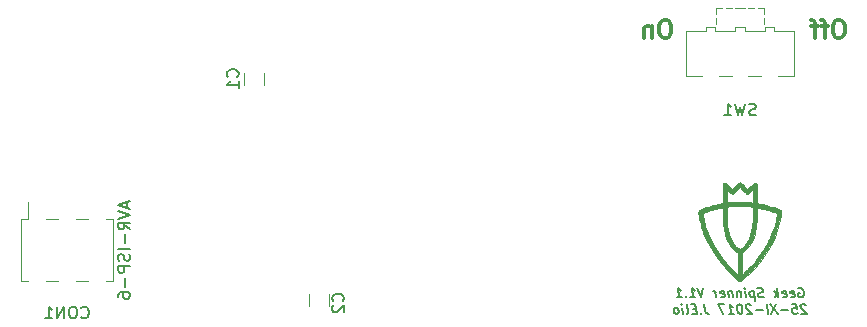
<source format=gbr>
G04 #@! TF.FileFunction,Legend,Bot*
%FSLAX46Y46*%
G04 Gerber Fmt 4.6, Leading zero omitted, Abs format (unit mm)*
G04 Created by KiCad (PCBNEW 4.0.7-e2-6376~58~ubuntu16.04.1) date Tue Dec 26 20:47:44 2017*
%MOMM*%
%LPD*%
G01*
G04 APERTURE LIST*
%ADD10C,0.100000*%
%ADD11C,0.300000*%
%ADD12C,0.200000*%
%ADD13C,0.120000*%
%ADD14C,0.010000*%
%ADD15C,0.150000*%
G04 APERTURE END LIST*
D10*
D11*
X163821429Y-101178571D02*
X163535715Y-101178571D01*
X163392857Y-101250000D01*
X163250000Y-101392857D01*
X163178572Y-101678571D01*
X163178572Y-102178571D01*
X163250000Y-102464286D01*
X163392857Y-102607143D01*
X163535715Y-102678571D01*
X163821429Y-102678571D01*
X163964286Y-102607143D01*
X164107143Y-102464286D01*
X164178572Y-102178571D01*
X164178572Y-101678571D01*
X164107143Y-101392857D01*
X163964286Y-101250000D01*
X163821429Y-101178571D01*
X162535714Y-101678571D02*
X162535714Y-102678571D01*
X162535714Y-101821429D02*
X162464286Y-101750000D01*
X162321428Y-101678571D01*
X162107143Y-101678571D01*
X161964286Y-101750000D01*
X161892857Y-101892857D01*
X161892857Y-102678571D01*
X178500000Y-101178571D02*
X178214286Y-101178571D01*
X178071428Y-101250000D01*
X177928571Y-101392857D01*
X177857143Y-101678571D01*
X177857143Y-102178571D01*
X177928571Y-102464286D01*
X178071428Y-102607143D01*
X178214286Y-102678571D01*
X178500000Y-102678571D01*
X178642857Y-102607143D01*
X178785714Y-102464286D01*
X178857143Y-102178571D01*
X178857143Y-101678571D01*
X178785714Y-101392857D01*
X178642857Y-101250000D01*
X178500000Y-101178571D01*
X177428571Y-101678571D02*
X176857142Y-101678571D01*
X177214285Y-102678571D02*
X177214285Y-101392857D01*
X177142857Y-101250000D01*
X176999999Y-101178571D01*
X176857142Y-101178571D01*
X176571428Y-101678571D02*
X175999999Y-101678571D01*
X176357142Y-102678571D02*
X176357142Y-101392857D01*
X176285714Y-101250000D01*
X176142856Y-101178571D01*
X175999999Y-101178571D01*
D12*
X174902381Y-123900000D02*
X174973810Y-123861905D01*
X175088095Y-123861905D01*
X175207143Y-123900000D01*
X175292858Y-123976190D01*
X175340477Y-124052381D01*
X175397619Y-124204762D01*
X175411905Y-124319048D01*
X175392858Y-124471429D01*
X175364286Y-124547619D01*
X175297619Y-124623810D01*
X175188095Y-124661905D01*
X175111905Y-124661905D01*
X174992857Y-124623810D01*
X174950000Y-124585714D01*
X174916667Y-124319048D01*
X175069048Y-124319048D01*
X174307143Y-124623810D02*
X174388095Y-124661905D01*
X174540476Y-124661905D01*
X174611905Y-124623810D01*
X174640476Y-124547619D01*
X174602381Y-124242857D01*
X174554762Y-124166667D01*
X174473809Y-124128571D01*
X174321428Y-124128571D01*
X174250000Y-124166667D01*
X174221429Y-124242857D01*
X174230953Y-124319048D01*
X174621429Y-124395238D01*
X173621429Y-124623810D02*
X173702381Y-124661905D01*
X173854762Y-124661905D01*
X173926191Y-124623810D01*
X173954762Y-124547619D01*
X173916667Y-124242857D01*
X173869048Y-124166667D01*
X173788095Y-124128571D01*
X173635714Y-124128571D01*
X173564286Y-124166667D01*
X173535715Y-124242857D01*
X173545239Y-124319048D01*
X173935715Y-124395238D01*
X173245239Y-124661905D02*
X173145239Y-123861905D01*
X173130953Y-124357143D02*
X172940477Y-124661905D01*
X172873810Y-124128571D02*
X173216668Y-124433333D01*
X172021429Y-124623810D02*
X171911905Y-124661905D01*
X171721429Y-124661905D01*
X171640477Y-124623810D01*
X171597619Y-124585714D01*
X171550000Y-124509524D01*
X171540477Y-124433333D01*
X171569048Y-124357143D01*
X171602382Y-124319048D01*
X171673810Y-124280952D01*
X171821429Y-124242857D01*
X171892858Y-124204762D01*
X171926191Y-124166667D01*
X171954762Y-124090476D01*
X171945239Y-124014286D01*
X171897620Y-123938095D01*
X171854763Y-123900000D01*
X171773810Y-123861905D01*
X171583334Y-123861905D01*
X171473810Y-123900000D01*
X171159524Y-124128571D02*
X171259524Y-124928571D01*
X171164286Y-124166667D02*
X171083333Y-124128571D01*
X170930952Y-124128571D01*
X170859524Y-124166667D01*
X170826191Y-124204762D01*
X170797619Y-124280952D01*
X170826190Y-124509524D01*
X170873810Y-124585714D01*
X170916667Y-124623810D01*
X170997619Y-124661905D01*
X171150000Y-124661905D01*
X171221429Y-124623810D01*
X170502381Y-124661905D02*
X170435714Y-124128571D01*
X170402381Y-123861905D02*
X170445238Y-123900000D01*
X170411905Y-123938095D01*
X170369048Y-123900000D01*
X170402381Y-123861905D01*
X170411905Y-123938095D01*
X170054762Y-124128571D02*
X170121429Y-124661905D01*
X170064286Y-124204762D02*
X170021429Y-124166667D01*
X169940476Y-124128571D01*
X169826190Y-124128571D01*
X169754762Y-124166667D01*
X169726191Y-124242857D01*
X169778572Y-124661905D01*
X169330952Y-124128571D02*
X169397619Y-124661905D01*
X169340476Y-124204762D02*
X169297619Y-124166667D01*
X169216666Y-124128571D01*
X169102380Y-124128571D01*
X169030952Y-124166667D01*
X169002381Y-124242857D01*
X169054762Y-124661905D01*
X168364285Y-124623810D02*
X168445237Y-124661905D01*
X168597618Y-124661905D01*
X168669047Y-124623810D01*
X168697618Y-124547619D01*
X168659523Y-124242857D01*
X168611904Y-124166667D01*
X168530951Y-124128571D01*
X168378570Y-124128571D01*
X168307142Y-124166667D01*
X168278571Y-124242857D01*
X168288095Y-124319048D01*
X168678571Y-124395238D01*
X167988095Y-124661905D02*
X167921428Y-124128571D01*
X167940476Y-124280952D02*
X167892857Y-124204762D01*
X167849999Y-124166667D01*
X167769047Y-124128571D01*
X167692856Y-124128571D01*
X166897619Y-123861905D02*
X166730952Y-124661905D01*
X166364285Y-123861905D01*
X165778571Y-124661905D02*
X166235714Y-124661905D01*
X166007143Y-124661905D02*
X165907143Y-123861905D01*
X165997619Y-123976190D01*
X166083334Y-124052381D01*
X166164285Y-124090476D01*
X165426190Y-124585714D02*
X165392857Y-124623810D01*
X165435714Y-124661905D01*
X165469047Y-124623810D01*
X165426190Y-124585714D01*
X165435714Y-124661905D01*
X164635714Y-124661905D02*
X165092857Y-124661905D01*
X164864286Y-124661905D02*
X164764286Y-123861905D01*
X164854762Y-123976190D01*
X164940477Y-124052381D01*
X165021428Y-124090476D01*
X175573810Y-125338095D02*
X175530953Y-125300000D01*
X175450000Y-125261905D01*
X175259524Y-125261905D01*
X175188096Y-125300000D01*
X175154762Y-125338095D01*
X175126191Y-125414286D01*
X175135714Y-125490476D01*
X175188095Y-125604762D01*
X175702381Y-126061905D01*
X175207143Y-126061905D01*
X174383333Y-125261905D02*
X174764286Y-125261905D01*
X174850000Y-125642857D01*
X174807143Y-125604762D01*
X174726190Y-125566667D01*
X174535714Y-125566667D01*
X174464286Y-125604762D01*
X174430952Y-125642857D01*
X174402381Y-125719048D01*
X174426190Y-125909524D01*
X174473809Y-125985714D01*
X174516667Y-126023810D01*
X174597619Y-126061905D01*
X174788095Y-126061905D01*
X174859524Y-126023810D01*
X174892857Y-125985714D01*
X174064286Y-125757143D02*
X173454762Y-125757143D01*
X173088095Y-125261905D02*
X172654762Y-126061905D01*
X172554762Y-125261905D02*
X173188095Y-126061905D01*
X172350000Y-126061905D02*
X172250000Y-125261905D01*
X171930953Y-125757143D02*
X171321429Y-125757143D01*
X170926191Y-125338095D02*
X170883334Y-125300000D01*
X170802381Y-125261905D01*
X170611905Y-125261905D01*
X170540477Y-125300000D01*
X170507143Y-125338095D01*
X170478572Y-125414286D01*
X170488095Y-125490476D01*
X170540476Y-125604762D01*
X171054762Y-126061905D01*
X170559524Y-126061905D01*
X169964286Y-125261905D02*
X169888095Y-125261905D01*
X169816667Y-125300000D01*
X169783334Y-125338095D01*
X169754762Y-125414286D01*
X169735714Y-125566667D01*
X169759524Y-125757143D01*
X169816666Y-125909524D01*
X169864286Y-125985714D01*
X169907143Y-126023810D01*
X169988095Y-126061905D01*
X170064286Y-126061905D01*
X170135714Y-126023810D01*
X170169048Y-125985714D01*
X170197619Y-125909524D01*
X170216667Y-125757143D01*
X170192857Y-125566667D01*
X170135715Y-125414286D01*
X170088096Y-125338095D01*
X170045238Y-125300000D01*
X169964286Y-125261905D01*
X169035714Y-126061905D02*
X169492857Y-126061905D01*
X169264286Y-126061905D02*
X169164286Y-125261905D01*
X169254762Y-125376190D01*
X169340477Y-125452381D01*
X169421428Y-125490476D01*
X168669047Y-125261905D02*
X168135714Y-125261905D01*
X168578571Y-126061905D01*
X166992856Y-125261905D02*
X167064285Y-125833333D01*
X167116666Y-125947619D01*
X167202380Y-126023810D01*
X167321428Y-126061905D01*
X167397618Y-126061905D01*
X166702380Y-125985714D02*
X166669047Y-126023810D01*
X166711904Y-126061905D01*
X166745237Y-126023810D01*
X166702380Y-125985714D01*
X166711904Y-126061905D01*
X166278571Y-125642857D02*
X166011904Y-125642857D01*
X165949999Y-126061905D02*
X166330952Y-126061905D01*
X166230952Y-125261905D01*
X165849999Y-125261905D01*
X165492856Y-126061905D02*
X165564285Y-126023810D01*
X165592856Y-125947619D01*
X165507142Y-125261905D01*
X165188094Y-126061905D02*
X165121427Y-125528571D01*
X165007141Y-125223810D02*
X165135713Y-125338095D01*
X164692856Y-126061905D02*
X164764285Y-126023810D01*
X164797618Y-125985714D01*
X164826189Y-125909524D01*
X164797618Y-125680952D01*
X164749999Y-125604762D01*
X164707142Y-125566667D01*
X164626189Y-125528571D01*
X164511903Y-125528571D01*
X164440475Y-125566667D01*
X164407142Y-125604762D01*
X164378570Y-125680952D01*
X164407141Y-125909524D01*
X164454761Y-125985714D01*
X164497618Y-126023810D01*
X164578570Y-126061905D01*
X164692856Y-126061905D01*
D13*
X109160000Y-118065000D02*
X109160000Y-123265000D01*
X116900000Y-118065000D02*
X116900000Y-123265000D01*
X109730000Y-116625000D02*
X109730000Y-118065000D01*
X109160000Y-118065000D02*
X109730000Y-118065000D01*
X109160000Y-123265000D02*
X109730000Y-123265000D01*
X116330000Y-118065000D02*
X116900000Y-118065000D01*
X116330000Y-123265000D02*
X116900000Y-123265000D01*
X111250000Y-118065000D02*
X112270000Y-118065000D01*
X111250000Y-123265000D02*
X112270000Y-123265000D01*
X113790000Y-118065000D02*
X114810000Y-118065000D01*
X113790000Y-123265000D02*
X114810000Y-123265000D01*
X128000000Y-106650000D02*
X128000000Y-105650000D01*
X129700000Y-105650000D02*
X129700000Y-106650000D01*
X173200000Y-105900000D02*
X174600000Y-105900000D01*
X174600000Y-105900000D02*
X174600000Y-102100000D01*
X165400000Y-102100000D02*
X165400000Y-105900000D01*
X165400000Y-105900000D02*
X166800000Y-105900000D01*
X171800000Y-105900000D02*
X170700000Y-105900000D01*
X170700000Y-105900000D02*
X170700000Y-105900000D01*
X169300000Y-105900000D02*
X168200000Y-105900000D01*
X168200000Y-105900000D02*
X168200000Y-105900000D01*
X174600000Y-102100000D02*
X172900000Y-102100000D01*
X172900000Y-102100000D02*
X172900000Y-101800000D01*
X172900000Y-101800000D02*
X172100000Y-101800000D01*
X172100000Y-101800000D02*
X172100000Y-102100000D01*
X172100000Y-102100000D02*
X170400000Y-102100000D01*
X170400000Y-102100000D02*
X170400000Y-101800000D01*
X170400000Y-101800000D02*
X169600000Y-101800000D01*
X169600000Y-101800000D02*
X169600000Y-102100000D01*
X169600000Y-102100000D02*
X167900000Y-102100000D01*
X167900000Y-102100000D02*
X167900000Y-101800000D01*
X167900000Y-101800000D02*
X167100000Y-101800000D01*
X167100000Y-101800000D02*
X167100000Y-102100000D01*
X167100000Y-102100000D02*
X165400000Y-102100000D01*
X165400000Y-102100000D02*
X165400000Y-102100000D01*
X168000000Y-100200000D02*
X168000000Y-100700000D01*
X168000000Y-100700000D02*
X168000000Y-100700000D01*
X168000000Y-100200000D02*
X168500000Y-100200000D01*
X168500000Y-100200000D02*
X168500000Y-100200000D01*
X172000000Y-100200000D02*
X171500000Y-100200000D01*
X171500000Y-100200000D02*
X171500000Y-100200000D01*
X172000000Y-100200000D02*
X172000000Y-100700000D01*
X172000000Y-100700000D02*
X172000000Y-100700000D01*
X172000000Y-101000000D02*
X172000000Y-101500000D01*
X172000000Y-101500000D02*
X172000000Y-101500000D01*
X168000000Y-101000000D02*
X168000000Y-101500000D01*
X168000000Y-101500000D02*
X168000000Y-101500000D01*
X168800000Y-100200000D02*
X169300000Y-100200000D01*
X169300000Y-100200000D02*
X169300000Y-100200000D01*
X171200000Y-100200000D02*
X170700000Y-100200000D01*
X170700000Y-100200000D02*
X170700000Y-100200000D01*
X170400000Y-100200000D02*
X169600000Y-100200000D01*
X169600000Y-100200000D02*
X169600000Y-100200000D01*
D14*
G36*
X169951212Y-114943368D02*
X169905306Y-114968615D01*
X169843570Y-115016455D01*
X169759995Y-115091600D01*
X169648568Y-115198764D01*
X169634150Y-115212907D01*
X169352300Y-115489815D01*
X169062180Y-115212907D01*
X168940186Y-115098478D01*
X168846855Y-115017437D01*
X168775640Y-114966552D01*
X168719995Y-114942593D01*
X168673373Y-114942328D01*
X168629229Y-114962526D01*
X168599464Y-114984529D01*
X168539500Y-115033058D01*
X168532152Y-115860596D01*
X168524804Y-116688133D01*
X168468652Y-116700066D01*
X168413486Y-116711134D01*
X168329419Y-116727304D01*
X168260100Y-116740329D01*
X168112393Y-116771087D01*
X167931771Y-116813754D01*
X167733546Y-116864265D01*
X167533029Y-116918555D01*
X167345528Y-116972561D01*
X167186354Y-117022219D01*
X167142500Y-117037011D01*
X166935999Y-117110380D01*
X166774467Y-117172335D01*
X166653846Y-117224760D01*
X166570076Y-117269538D01*
X166519098Y-117308551D01*
X166500027Y-117334971D01*
X166487973Y-117401680D01*
X166490696Y-117509946D01*
X166506738Y-117653191D01*
X166534645Y-117824837D01*
X166572959Y-118018304D01*
X166620225Y-118227013D01*
X166674985Y-118444386D01*
X166735784Y-118663844D01*
X166801166Y-118878808D01*
X166869674Y-119082699D01*
X166912936Y-119200288D01*
X167157616Y-119773861D01*
X167449887Y-120341496D01*
X167786557Y-120898635D01*
X168164437Y-121440720D01*
X168580336Y-121963190D01*
X169031063Y-122461489D01*
X169513427Y-122931056D01*
X169542800Y-122957759D01*
X169682509Y-123082080D01*
X169791823Y-123173843D01*
X169875901Y-123236777D01*
X169939901Y-123274610D01*
X169988981Y-123291069D01*
X170006008Y-123292505D01*
X170044454Y-123276927D01*
X170109235Y-123235261D01*
X170188785Y-123175246D01*
X170221908Y-123148038D01*
X170530345Y-122877852D01*
X170829940Y-122595037D01*
X171104256Y-122315248D01*
X171163669Y-122251200D01*
X171614715Y-121728222D01*
X172020091Y-121193536D01*
X172379008Y-120648596D01*
X172690679Y-120094855D01*
X172954316Y-119533766D01*
X173169130Y-118966783D01*
X173334334Y-118395359D01*
X173391253Y-118142178D01*
X173426239Y-117960509D01*
X173455297Y-117787582D01*
X173477399Y-117631553D01*
X173490251Y-117512314D01*
X173152866Y-117512314D01*
X173136485Y-117640207D01*
X173053625Y-118117248D01*
X172926229Y-118608349D01*
X172756277Y-119107155D01*
X172545752Y-119607314D01*
X172478562Y-119749300D01*
X172269271Y-120157157D01*
X172047228Y-120541321D01*
X171805583Y-120911875D01*
X171537487Y-121278902D01*
X171236091Y-121652484D01*
X171001952Y-121922930D01*
X170912875Y-122020593D01*
X170809238Y-122129911D01*
X170697005Y-122245055D01*
X170582143Y-122360201D01*
X170470618Y-122469521D01*
X170368395Y-122567190D01*
X170281441Y-122647380D01*
X170215721Y-122704266D01*
X170177201Y-122732021D01*
X170171672Y-122733800D01*
X170167306Y-122709332D01*
X170163287Y-122639657D01*
X170159729Y-122530368D01*
X170156747Y-122387056D01*
X170154455Y-122215314D01*
X170152969Y-122020734D01*
X170152403Y-121808909D01*
X170152400Y-121794652D01*
X170152400Y-120859049D01*
X169822200Y-120859049D01*
X169822200Y-121796424D01*
X169821767Y-122008970D01*
X169820533Y-122204630D01*
X169818598Y-122377806D01*
X169816061Y-122522899D01*
X169813020Y-122634314D01*
X169809576Y-122706451D01*
X169805827Y-122733713D01*
X169805600Y-122733800D01*
X169782774Y-122716879D01*
X169730411Y-122670125D01*
X169654973Y-122599544D01*
X169562920Y-122511147D01*
X169498324Y-122448050D01*
X169018420Y-121946211D01*
X168581868Y-121427369D01*
X168189645Y-120893260D01*
X167842732Y-120345621D01*
X167542105Y-119786186D01*
X167288745Y-119216693D01*
X167083629Y-118638877D01*
X166927736Y-118054474D01*
X166874584Y-117793500D01*
X166853940Y-117677784D01*
X166843103Y-117601678D01*
X166841898Y-117554986D01*
X166850150Y-117527507D01*
X166867685Y-117509043D01*
X166869677Y-117507502D01*
X166921393Y-117480220D01*
X167014550Y-117443222D01*
X167141237Y-117398825D01*
X167293541Y-117349350D01*
X167463550Y-117297114D01*
X167643354Y-117244438D01*
X167825038Y-117193638D01*
X168000692Y-117147036D01*
X168162403Y-117106949D01*
X168302259Y-117075696D01*
X168410788Y-117055829D01*
X168526800Y-117038431D01*
X168527177Y-117377865D01*
X168540668Y-117907022D01*
X168579752Y-118398648D01*
X168644166Y-118851551D01*
X168733649Y-119264539D01*
X168847939Y-119636417D01*
X168986774Y-119965994D01*
X169149891Y-120252077D01*
X169162384Y-120270696D01*
X169268353Y-120409119D01*
X169394285Y-120545793D01*
X169526865Y-120667737D01*
X169652777Y-120761967D01*
X169688340Y-120783502D01*
X169822200Y-120859049D01*
X170152400Y-120859049D01*
X170152400Y-120855504D01*
X170234950Y-120813757D01*
X170431913Y-120687371D01*
X170617769Y-120514602D01*
X170789777Y-120299175D01*
X170945194Y-120044814D01*
X171081277Y-119755244D01*
X171151464Y-119569167D01*
X171234197Y-119304779D01*
X171301331Y-119032214D01*
X171354089Y-118743316D01*
X171393695Y-118429933D01*
X171421371Y-118083912D01*
X171438339Y-117697098D01*
X171439728Y-117647023D01*
X171455522Y-117043346D01*
X171546911Y-117059039D01*
X171962328Y-117144125D01*
X172395954Y-117258648D01*
X172828715Y-117397539D01*
X172852783Y-117406022D01*
X173152866Y-117512314D01*
X173490251Y-117512314D01*
X173491516Y-117500579D01*
X173496620Y-117402817D01*
X173491683Y-117346425D01*
X173491618Y-117346218D01*
X173461145Y-117307427D01*
X173400095Y-117261569D01*
X173354145Y-117235381D01*
X173226777Y-117178289D01*
X173059204Y-117114403D01*
X172861085Y-117046640D01*
X172713553Y-117000342D01*
X171097920Y-117000342D01*
X171085390Y-117689021D01*
X171080255Y-117924898D01*
X171073916Y-118118813D01*
X171065785Y-118279604D01*
X171055278Y-118416105D01*
X171041808Y-118537152D01*
X171024789Y-118651580D01*
X171019508Y-118682500D01*
X170941687Y-119063238D01*
X170848838Y-119398887D01*
X170739435Y-119693329D01*
X170611950Y-119950448D01*
X170464857Y-120174128D01*
X170402163Y-120252762D01*
X170333009Y-120324458D01*
X170247351Y-120398392D01*
X170157231Y-120465789D01*
X170074689Y-120517874D01*
X170011766Y-120545873D01*
X169996545Y-120548359D01*
X169955929Y-120535412D01*
X169888042Y-120500359D01*
X169806998Y-120450550D01*
X169800526Y-120446253D01*
X169620823Y-120296999D01*
X169458809Y-120102417D01*
X169315273Y-119865087D01*
X169191004Y-119587589D01*
X169086792Y-119272503D01*
X169003428Y-118922407D01*
X168941702Y-118539882D01*
X168902402Y-118127507D01*
X168886319Y-117687861D01*
X168887152Y-117463300D01*
X168895100Y-116980700D01*
X169034800Y-116963212D01*
X169186551Y-116948437D01*
X169369951Y-116937379D01*
X169576569Y-116929943D01*
X169797978Y-116926038D01*
X170025747Y-116925569D01*
X170251447Y-116928445D01*
X170466648Y-116934571D01*
X170662920Y-116943856D01*
X170831835Y-116956205D01*
X170964962Y-116971526D01*
X171037910Y-116985322D01*
X171097920Y-117000342D01*
X172713553Y-117000342D01*
X172642081Y-116977913D01*
X172411849Y-116911138D01*
X172180049Y-116849228D01*
X171956340Y-116795100D01*
X171752600Y-116752093D01*
X171648750Y-116731690D01*
X171560457Y-116713491D01*
X171502426Y-116700556D01*
X171492250Y-116697915D01*
X171479896Y-116691285D01*
X171470057Y-116675762D01*
X171462451Y-116646108D01*
X171456793Y-116597087D01*
X171452799Y-116523463D01*
X171450187Y-116420000D01*
X171448673Y-116281462D01*
X171447972Y-116102611D01*
X171447801Y-115878212D01*
X171447800Y-115877513D01*
X171447680Y-115653320D01*
X171447213Y-115511390D01*
X171092200Y-115511390D01*
X171092200Y-116640450D01*
X170869950Y-116620075D01*
X170783114Y-116614511D01*
X170655172Y-116609527D01*
X170495817Y-116605338D01*
X170314743Y-116602164D01*
X170121641Y-116600221D01*
X169961900Y-116599700D01*
X169767987Y-116600407D01*
X169579854Y-116602400D01*
X169406801Y-116605479D01*
X169258124Y-116609448D01*
X169143122Y-116614110D01*
X169079250Y-116618426D01*
X168882400Y-116637152D01*
X168882400Y-115511390D01*
X169082684Y-115706295D01*
X169176505Y-115796261D01*
X169250616Y-115858189D01*
X169313409Y-115890965D01*
X169373273Y-115893477D01*
X169438601Y-115864611D01*
X169517783Y-115803253D01*
X169619211Y-115708292D01*
X169705451Y-115623679D01*
X169987300Y-115346158D01*
X170272735Y-115623679D01*
X170392047Y-115737460D01*
X170482320Y-115817916D01*
X170548817Y-115869194D01*
X170596799Y-115895438D01*
X170624902Y-115901200D01*
X170670163Y-115889167D01*
X170731322Y-115850114D01*
X170814448Y-115779611D01*
X170891917Y-115706295D01*
X171092200Y-115511390D01*
X171447213Y-115511390D01*
X171447090Y-115474280D01*
X171445692Y-115334745D01*
X171443146Y-115229069D01*
X171439111Y-115151606D01*
X171433248Y-115096707D01*
X171425217Y-115058726D01*
X171414678Y-115032016D01*
X171401291Y-115010930D01*
X171395157Y-115002925D01*
X171354754Y-114959853D01*
X171313144Y-114938562D01*
X171264441Y-114941667D01*
X171202761Y-114971784D01*
X171122217Y-115031526D01*
X171016925Y-115123510D01*
X170918943Y-115214503D01*
X170623160Y-115493007D01*
X170340880Y-115214503D01*
X170226115Y-115103118D01*
X170139825Y-115024314D01*
X170076009Y-114973365D01*
X170028666Y-114945542D01*
X169991793Y-114936120D01*
X169987301Y-114936000D01*
X169951212Y-114943368D01*
X169951212Y-114943368D01*
G37*
X169951212Y-114943368D02*
X169905306Y-114968615D01*
X169843570Y-115016455D01*
X169759995Y-115091600D01*
X169648568Y-115198764D01*
X169634150Y-115212907D01*
X169352300Y-115489815D01*
X169062180Y-115212907D01*
X168940186Y-115098478D01*
X168846855Y-115017437D01*
X168775640Y-114966552D01*
X168719995Y-114942593D01*
X168673373Y-114942328D01*
X168629229Y-114962526D01*
X168599464Y-114984529D01*
X168539500Y-115033058D01*
X168532152Y-115860596D01*
X168524804Y-116688133D01*
X168468652Y-116700066D01*
X168413486Y-116711134D01*
X168329419Y-116727304D01*
X168260100Y-116740329D01*
X168112393Y-116771087D01*
X167931771Y-116813754D01*
X167733546Y-116864265D01*
X167533029Y-116918555D01*
X167345528Y-116972561D01*
X167186354Y-117022219D01*
X167142500Y-117037011D01*
X166935999Y-117110380D01*
X166774467Y-117172335D01*
X166653846Y-117224760D01*
X166570076Y-117269538D01*
X166519098Y-117308551D01*
X166500027Y-117334971D01*
X166487973Y-117401680D01*
X166490696Y-117509946D01*
X166506738Y-117653191D01*
X166534645Y-117824837D01*
X166572959Y-118018304D01*
X166620225Y-118227013D01*
X166674985Y-118444386D01*
X166735784Y-118663844D01*
X166801166Y-118878808D01*
X166869674Y-119082699D01*
X166912936Y-119200288D01*
X167157616Y-119773861D01*
X167449887Y-120341496D01*
X167786557Y-120898635D01*
X168164437Y-121440720D01*
X168580336Y-121963190D01*
X169031063Y-122461489D01*
X169513427Y-122931056D01*
X169542800Y-122957759D01*
X169682509Y-123082080D01*
X169791823Y-123173843D01*
X169875901Y-123236777D01*
X169939901Y-123274610D01*
X169988981Y-123291069D01*
X170006008Y-123292505D01*
X170044454Y-123276927D01*
X170109235Y-123235261D01*
X170188785Y-123175246D01*
X170221908Y-123148038D01*
X170530345Y-122877852D01*
X170829940Y-122595037D01*
X171104256Y-122315248D01*
X171163669Y-122251200D01*
X171614715Y-121728222D01*
X172020091Y-121193536D01*
X172379008Y-120648596D01*
X172690679Y-120094855D01*
X172954316Y-119533766D01*
X173169130Y-118966783D01*
X173334334Y-118395359D01*
X173391253Y-118142178D01*
X173426239Y-117960509D01*
X173455297Y-117787582D01*
X173477399Y-117631553D01*
X173490251Y-117512314D01*
X173152866Y-117512314D01*
X173136485Y-117640207D01*
X173053625Y-118117248D01*
X172926229Y-118608349D01*
X172756277Y-119107155D01*
X172545752Y-119607314D01*
X172478562Y-119749300D01*
X172269271Y-120157157D01*
X172047228Y-120541321D01*
X171805583Y-120911875D01*
X171537487Y-121278902D01*
X171236091Y-121652484D01*
X171001952Y-121922930D01*
X170912875Y-122020593D01*
X170809238Y-122129911D01*
X170697005Y-122245055D01*
X170582143Y-122360201D01*
X170470618Y-122469521D01*
X170368395Y-122567190D01*
X170281441Y-122647380D01*
X170215721Y-122704266D01*
X170177201Y-122732021D01*
X170171672Y-122733800D01*
X170167306Y-122709332D01*
X170163287Y-122639657D01*
X170159729Y-122530368D01*
X170156747Y-122387056D01*
X170154455Y-122215314D01*
X170152969Y-122020734D01*
X170152403Y-121808909D01*
X170152400Y-121794652D01*
X170152400Y-120859049D01*
X169822200Y-120859049D01*
X169822200Y-121796424D01*
X169821767Y-122008970D01*
X169820533Y-122204630D01*
X169818598Y-122377806D01*
X169816061Y-122522899D01*
X169813020Y-122634314D01*
X169809576Y-122706451D01*
X169805827Y-122733713D01*
X169805600Y-122733800D01*
X169782774Y-122716879D01*
X169730411Y-122670125D01*
X169654973Y-122599544D01*
X169562920Y-122511147D01*
X169498324Y-122448050D01*
X169018420Y-121946211D01*
X168581868Y-121427369D01*
X168189645Y-120893260D01*
X167842732Y-120345621D01*
X167542105Y-119786186D01*
X167288745Y-119216693D01*
X167083629Y-118638877D01*
X166927736Y-118054474D01*
X166874584Y-117793500D01*
X166853940Y-117677784D01*
X166843103Y-117601678D01*
X166841898Y-117554986D01*
X166850150Y-117527507D01*
X166867685Y-117509043D01*
X166869677Y-117507502D01*
X166921393Y-117480220D01*
X167014550Y-117443222D01*
X167141237Y-117398825D01*
X167293541Y-117349350D01*
X167463550Y-117297114D01*
X167643354Y-117244438D01*
X167825038Y-117193638D01*
X168000692Y-117147036D01*
X168162403Y-117106949D01*
X168302259Y-117075696D01*
X168410788Y-117055829D01*
X168526800Y-117038431D01*
X168527177Y-117377865D01*
X168540668Y-117907022D01*
X168579752Y-118398648D01*
X168644166Y-118851551D01*
X168733649Y-119264539D01*
X168847939Y-119636417D01*
X168986774Y-119965994D01*
X169149891Y-120252077D01*
X169162384Y-120270696D01*
X169268353Y-120409119D01*
X169394285Y-120545793D01*
X169526865Y-120667737D01*
X169652777Y-120761967D01*
X169688340Y-120783502D01*
X169822200Y-120859049D01*
X170152400Y-120859049D01*
X170152400Y-120855504D01*
X170234950Y-120813757D01*
X170431913Y-120687371D01*
X170617769Y-120514602D01*
X170789777Y-120299175D01*
X170945194Y-120044814D01*
X171081277Y-119755244D01*
X171151464Y-119569167D01*
X171234197Y-119304779D01*
X171301331Y-119032214D01*
X171354089Y-118743316D01*
X171393695Y-118429933D01*
X171421371Y-118083912D01*
X171438339Y-117697098D01*
X171439728Y-117647023D01*
X171455522Y-117043346D01*
X171546911Y-117059039D01*
X171962328Y-117144125D01*
X172395954Y-117258648D01*
X172828715Y-117397539D01*
X172852783Y-117406022D01*
X173152866Y-117512314D01*
X173490251Y-117512314D01*
X173491516Y-117500579D01*
X173496620Y-117402817D01*
X173491683Y-117346425D01*
X173491618Y-117346218D01*
X173461145Y-117307427D01*
X173400095Y-117261569D01*
X173354145Y-117235381D01*
X173226777Y-117178289D01*
X173059204Y-117114403D01*
X172861085Y-117046640D01*
X172713553Y-117000342D01*
X171097920Y-117000342D01*
X171085390Y-117689021D01*
X171080255Y-117924898D01*
X171073916Y-118118813D01*
X171065785Y-118279604D01*
X171055278Y-118416105D01*
X171041808Y-118537152D01*
X171024789Y-118651580D01*
X171019508Y-118682500D01*
X170941687Y-119063238D01*
X170848838Y-119398887D01*
X170739435Y-119693329D01*
X170611950Y-119950448D01*
X170464857Y-120174128D01*
X170402163Y-120252762D01*
X170333009Y-120324458D01*
X170247351Y-120398392D01*
X170157231Y-120465789D01*
X170074689Y-120517874D01*
X170011766Y-120545873D01*
X169996545Y-120548359D01*
X169955929Y-120535412D01*
X169888042Y-120500359D01*
X169806998Y-120450550D01*
X169800526Y-120446253D01*
X169620823Y-120296999D01*
X169458809Y-120102417D01*
X169315273Y-119865087D01*
X169191004Y-119587589D01*
X169086792Y-119272503D01*
X169003428Y-118922407D01*
X168941702Y-118539882D01*
X168902402Y-118127507D01*
X168886319Y-117687861D01*
X168887152Y-117463300D01*
X168895100Y-116980700D01*
X169034800Y-116963212D01*
X169186551Y-116948437D01*
X169369951Y-116937379D01*
X169576569Y-116929943D01*
X169797978Y-116926038D01*
X170025747Y-116925569D01*
X170251447Y-116928445D01*
X170466648Y-116934571D01*
X170662920Y-116943856D01*
X170831835Y-116956205D01*
X170964962Y-116971526D01*
X171037910Y-116985322D01*
X171097920Y-117000342D01*
X172713553Y-117000342D01*
X172642081Y-116977913D01*
X172411849Y-116911138D01*
X172180049Y-116849228D01*
X171956340Y-116795100D01*
X171752600Y-116752093D01*
X171648750Y-116731690D01*
X171560457Y-116713491D01*
X171502426Y-116700556D01*
X171492250Y-116697915D01*
X171479896Y-116691285D01*
X171470057Y-116675762D01*
X171462451Y-116646108D01*
X171456793Y-116597087D01*
X171452799Y-116523463D01*
X171450187Y-116420000D01*
X171448673Y-116281462D01*
X171447972Y-116102611D01*
X171447801Y-115878212D01*
X171447800Y-115877513D01*
X171447680Y-115653320D01*
X171447213Y-115511390D01*
X171092200Y-115511390D01*
X171092200Y-116640450D01*
X170869950Y-116620075D01*
X170783114Y-116614511D01*
X170655172Y-116609527D01*
X170495817Y-116605338D01*
X170314743Y-116602164D01*
X170121641Y-116600221D01*
X169961900Y-116599700D01*
X169767987Y-116600407D01*
X169579854Y-116602400D01*
X169406801Y-116605479D01*
X169258124Y-116609448D01*
X169143122Y-116614110D01*
X169079250Y-116618426D01*
X168882400Y-116637152D01*
X168882400Y-115511390D01*
X169082684Y-115706295D01*
X169176505Y-115796261D01*
X169250616Y-115858189D01*
X169313409Y-115890965D01*
X169373273Y-115893477D01*
X169438601Y-115864611D01*
X169517783Y-115803253D01*
X169619211Y-115708292D01*
X169705451Y-115623679D01*
X169987300Y-115346158D01*
X170272735Y-115623679D01*
X170392047Y-115737460D01*
X170482320Y-115817916D01*
X170548817Y-115869194D01*
X170596799Y-115895438D01*
X170624902Y-115901200D01*
X170670163Y-115889167D01*
X170731322Y-115850114D01*
X170814448Y-115779611D01*
X170891917Y-115706295D01*
X171092200Y-115511390D01*
X171447213Y-115511390D01*
X171447090Y-115474280D01*
X171445692Y-115334745D01*
X171443146Y-115229069D01*
X171439111Y-115151606D01*
X171433248Y-115096707D01*
X171425217Y-115058726D01*
X171414678Y-115032016D01*
X171401291Y-115010930D01*
X171395157Y-115002925D01*
X171354754Y-114959853D01*
X171313144Y-114938562D01*
X171264441Y-114941667D01*
X171202761Y-114971784D01*
X171122217Y-115031526D01*
X171016925Y-115123510D01*
X170918943Y-115214503D01*
X170623160Y-115493007D01*
X170340880Y-115214503D01*
X170226115Y-115103118D01*
X170139825Y-115024314D01*
X170076009Y-114973365D01*
X170028666Y-114945542D01*
X169991793Y-114936120D01*
X169987301Y-114936000D01*
X169951212Y-114943368D01*
D13*
X133516000Y-125361000D02*
X133516000Y-124361000D01*
X135216000Y-124361000D02*
X135216000Y-125361000D01*
D15*
X114244285Y-126341143D02*
X114291904Y-126388762D01*
X114434761Y-126436381D01*
X114529999Y-126436381D01*
X114672857Y-126388762D01*
X114768095Y-126293524D01*
X114815714Y-126198286D01*
X114863333Y-126007810D01*
X114863333Y-125864952D01*
X114815714Y-125674476D01*
X114768095Y-125579238D01*
X114672857Y-125484000D01*
X114529999Y-125436381D01*
X114434761Y-125436381D01*
X114291904Y-125484000D01*
X114244285Y-125531619D01*
X113625238Y-125436381D02*
X113434761Y-125436381D01*
X113339523Y-125484000D01*
X113244285Y-125579238D01*
X113196666Y-125769714D01*
X113196666Y-126103048D01*
X113244285Y-126293524D01*
X113339523Y-126388762D01*
X113434761Y-126436381D01*
X113625238Y-126436381D01*
X113720476Y-126388762D01*
X113815714Y-126293524D01*
X113863333Y-126103048D01*
X113863333Y-125769714D01*
X113815714Y-125579238D01*
X113720476Y-125484000D01*
X113625238Y-125436381D01*
X112768095Y-126436381D02*
X112768095Y-125436381D01*
X112196666Y-126436381D01*
X112196666Y-125436381D01*
X111196666Y-126436381D02*
X111768095Y-126436381D01*
X111482381Y-126436381D02*
X111482381Y-125436381D01*
X111577619Y-125579238D01*
X111672857Y-125674476D01*
X111768095Y-125722095D01*
X118066667Y-116569762D02*
X118066667Y-117045953D01*
X118352381Y-116474524D02*
X117352381Y-116807857D01*
X118352381Y-117141191D01*
X117352381Y-117331667D02*
X118352381Y-117665000D01*
X117352381Y-117998334D01*
X118352381Y-118903096D02*
X117876190Y-118569762D01*
X118352381Y-118331667D02*
X117352381Y-118331667D01*
X117352381Y-118712620D01*
X117400000Y-118807858D01*
X117447619Y-118855477D01*
X117542857Y-118903096D01*
X117685714Y-118903096D01*
X117780952Y-118855477D01*
X117828571Y-118807858D01*
X117876190Y-118712620D01*
X117876190Y-118331667D01*
X117971429Y-119331667D02*
X117971429Y-120093572D01*
X118352381Y-120569762D02*
X117352381Y-120569762D01*
X118304762Y-120998333D02*
X118352381Y-121141190D01*
X118352381Y-121379286D01*
X118304762Y-121474524D01*
X118257143Y-121522143D01*
X118161905Y-121569762D01*
X118066667Y-121569762D01*
X117971429Y-121522143D01*
X117923810Y-121474524D01*
X117876190Y-121379286D01*
X117828571Y-121188809D01*
X117780952Y-121093571D01*
X117733333Y-121045952D01*
X117638095Y-120998333D01*
X117542857Y-120998333D01*
X117447619Y-121045952D01*
X117400000Y-121093571D01*
X117352381Y-121188809D01*
X117352381Y-121426905D01*
X117400000Y-121569762D01*
X118352381Y-121998333D02*
X117352381Y-121998333D01*
X117352381Y-122379286D01*
X117400000Y-122474524D01*
X117447619Y-122522143D01*
X117542857Y-122569762D01*
X117685714Y-122569762D01*
X117780952Y-122522143D01*
X117828571Y-122474524D01*
X117876190Y-122379286D01*
X117876190Y-121998333D01*
X117971429Y-122998333D02*
X117971429Y-123760238D01*
X117352381Y-124665000D02*
X117352381Y-124474523D01*
X117400000Y-124379285D01*
X117447619Y-124331666D01*
X117590476Y-124236428D01*
X117780952Y-124188809D01*
X118161905Y-124188809D01*
X118257143Y-124236428D01*
X118304762Y-124284047D01*
X118352381Y-124379285D01*
X118352381Y-124569762D01*
X118304762Y-124665000D01*
X118257143Y-124712619D01*
X118161905Y-124760238D01*
X117923810Y-124760238D01*
X117828571Y-124712619D01*
X117780952Y-124665000D01*
X117733333Y-124569762D01*
X117733333Y-124379285D01*
X117780952Y-124284047D01*
X117828571Y-124236428D01*
X117923810Y-124188809D01*
X127457143Y-105983334D02*
X127504762Y-105935715D01*
X127552381Y-105792858D01*
X127552381Y-105697620D01*
X127504762Y-105554762D01*
X127409524Y-105459524D01*
X127314286Y-105411905D01*
X127123810Y-105364286D01*
X126980952Y-105364286D01*
X126790476Y-105411905D01*
X126695238Y-105459524D01*
X126600000Y-105554762D01*
X126552381Y-105697620D01*
X126552381Y-105792858D01*
X126600000Y-105935715D01*
X126647619Y-105983334D01*
X127552381Y-106935715D02*
X127552381Y-106364286D01*
X127552381Y-106650000D02*
X126552381Y-106650000D01*
X126695238Y-106554762D01*
X126790476Y-106459524D01*
X126838095Y-106364286D01*
X171333333Y-109204763D02*
X171190476Y-109252382D01*
X170952380Y-109252382D01*
X170857142Y-109204763D01*
X170809523Y-109157144D01*
X170761904Y-109061906D01*
X170761904Y-108966668D01*
X170809523Y-108871430D01*
X170857142Y-108823811D01*
X170952380Y-108776191D01*
X171142857Y-108728572D01*
X171238095Y-108680953D01*
X171285714Y-108633334D01*
X171333333Y-108538096D01*
X171333333Y-108442858D01*
X171285714Y-108347620D01*
X171238095Y-108300001D01*
X171142857Y-108252382D01*
X170904761Y-108252382D01*
X170761904Y-108300001D01*
X170428571Y-108252382D02*
X170190476Y-109252382D01*
X169999999Y-108538096D01*
X169809523Y-109252382D01*
X169571428Y-108252382D01*
X168666666Y-109252382D02*
X169238095Y-109252382D01*
X168952381Y-109252382D02*
X168952381Y-108252382D01*
X169047619Y-108395239D01*
X169142857Y-108490477D01*
X169238095Y-108538096D01*
X136374143Y-124968334D02*
X136421762Y-124920715D01*
X136469381Y-124777858D01*
X136469381Y-124682620D01*
X136421762Y-124539762D01*
X136326524Y-124444524D01*
X136231286Y-124396905D01*
X136040810Y-124349286D01*
X135897952Y-124349286D01*
X135707476Y-124396905D01*
X135612238Y-124444524D01*
X135517000Y-124539762D01*
X135469381Y-124682620D01*
X135469381Y-124777858D01*
X135517000Y-124920715D01*
X135564619Y-124968334D01*
X135564619Y-125349286D02*
X135517000Y-125396905D01*
X135469381Y-125492143D01*
X135469381Y-125730239D01*
X135517000Y-125825477D01*
X135564619Y-125873096D01*
X135659857Y-125920715D01*
X135755095Y-125920715D01*
X135897952Y-125873096D01*
X136469381Y-125301667D01*
X136469381Y-125920715D01*
M02*

</source>
